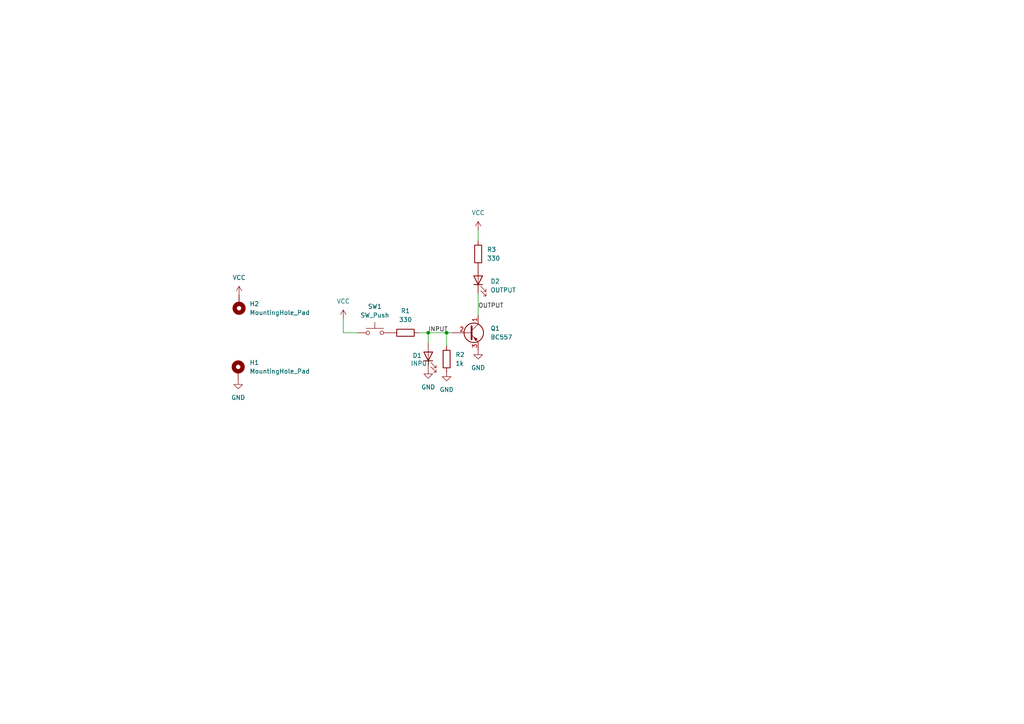
<source format=kicad_sch>
(kicad_sch (version 20211123) (generator eeschema)
  (paper "A4")
  (title_block (title "Not Gate") (date "2022-10-03") (rev "1.0"))
  (lib_symbols
    (symbol "Device:LED" (pin_numbers hide) (pin_names (offset 1.016) hide)
      (property "Reference" "D" (at 0 2.54 0))
      (property "Value" "LED" (at 0 -2.54 0))
      (symbol "LED_0_1"
        (polyline (pts (xy -1.27 -1.27) (xy -1.27 1.27)) (stroke (width 0.254)))
        (polyline (pts (xy -1.27 0) (xy 1.27 0)))
        (polyline (pts (xy 1.27 -1.27) (xy 1.27 1.27) (xy -1.27 0) (xy 1.27 -1.27)) (stroke (width 0.254)))
        (polyline (pts (xy -3.048 -0.762) (xy -4.572 -2.286) (xy -3.81 -2.286) (xy -4.572 -2.286) (xy -4.572 -1.524)))
        (polyline (pts (xy -1.778 -0.762) (xy -3.302 -2.286) (xy -2.54 -2.286) (xy -3.302 -2.286) (xy -3.302 -1.524)))
      )
      (symbol "LED_1_1"
        (pin passive line (at -3.81 0 0) (length 2.54) (name "K") (number "1"))
        (pin passive line (at 3.81 0 180) (length 2.54) (name "A") (number "2"))
      )
    )
    (symbol "Device:R" (pin_numbers hide) (pin_names (offset 0))
      (property "Reference" "R" (at 2.032 0 90))
      (property "Value" "R" (at 0 0 90))
      (symbol "R_0_1"
        (rectangle (start -1.016 -2.54) (end 1.016 2.54) (stroke (width 0.254)))
      )
      (symbol "R_1_1"
        (pin passive line (at 0 3.81 270) (length 1.27) (name "~") (number "1"))
        (pin passive line (at 0 -3.81 90) (length 1.27) (name "~") (number "2"))
      )
    )
    (symbol "Mechanical:MountingHole_Pad" (pin_numbers hide) (pin_names (offset 1.016) hide)
      (property "Reference" "H" (at 0 6.35 0))
      (property "Value" "MountingHole_Pad" (at 0 4.445 0))
      (symbol "MountingHole_Pad_0_1"
        (circle (center 0 1.27) (radius 1.27) (stroke (width 1.27)))
      )
      (symbol "MountingHole_Pad_1_1"
        (pin input line (at 0 -2.54 90) (length 2.54) (name "1") (number "1"))
      )
    )
    (symbol "Switch:SW_Push" (pin_numbers hide) (pin_names (offset 1.016) hide)
      (property "Reference" "SW" (at 1.27 2.54 0))
      (property "Value" "SW_Push" (at 0 -1.524 0))
      (symbol "SW_Push_0_1"
        (circle (center -2.032 0) (radius 0.508))
        (polyline (pts (xy 0 1.27) (xy 0 3.048)))
        (polyline (pts (xy 2.54 1.27) (xy -2.54 1.27)))
        (circle (center 2.032 0) (radius 0.508))
        (pin passive line (at -5.08 0 0) (length 2.54) (name "1") (number "1"))
        (pin passive line (at 5.08 0 180) (length 2.54) (name "2") (number "2"))
      )
    )
    (symbol "Transistor_BJT:BC557" (pin_names (offset 0) hide)
      (property "Reference" "Q" (at 5.08 1.905 0))
      (property "Value" "BC557" (at 5.08 0 0))
      (symbol "BC557_0_1"
        (polyline (pts (xy 0.635 0.635) (xy 2.54 2.54)))
        (polyline (pts (xy 0.635 -0.635) (xy 2.54 -2.54) (xy 2.54 -2.54)))
        (polyline (pts (xy 0.635 1.905) (xy 0.635 -1.905) (xy 0.635 -1.905)) (stroke (width 0.508)))
        (polyline (pts (xy 2.286 -1.778) (xy 1.778 -2.286) (xy 1.27 -1.27) (xy 2.286 -1.778) (xy 2.286 -1.778)) (fill (type outline)))
        (circle (center 1.27 0) (radius 2.8194) (stroke (width 0.254)))
      )
      (symbol "BC557_1_1"
        (pin passive line (at 2.54 5.08 270) (length 2.54) (name "C") (number "1"))
        (pin input line (at -5.08 0 0) (length 5.715) (name "B") (number "2"))
        (pin passive line (at 2.54 -5.08 90) (length 2.54) (name "E") (number "3"))
      )
    )
    (symbol "power:GND" (power) (pin_names (offset 0))
      (property "Value" "GND" (at 0 -3.81 0))
      (symbol "GND_0_1"
        (polyline (pts (xy 0 0) (xy 0 -1.27) (xy 1.27 -1.27) (xy 0 -2.54) (xy -1.27 -1.27) (xy 0 -1.27)))
      )
      (symbol "GND_1_1"
        (pin power_in line (at 0 0 270) (length 0) hide (name "GND") (number "1"))
      )
    )
    (symbol "power:VCC" (power) (pin_names (offset 0))
      (property "Value" "VCC" (at 0 3.81 0))
      (symbol "VCC_0_1"
        (polyline (pts (xy -0.762 1.27) (xy 0 2.54)))
        (polyline (pts (xy 0 0) (xy 0 2.54)))
        (polyline (pts (xy 0 2.54) (xy 0.762 1.27)))
      )
      (symbol "VCC_1_1"
        (pin power_in line (at 0 0 90) (length 0) hide (name "VCC") (number "1"))
      )
    )
  )
  (junction (at 124.206 96.52))
  (junction (at 129.54 96.52))
  (wire (pts (xy 129.54 96.52) (xy 131.064 96.52)))
  (wire (pts (xy 121.412 96.52) (xy 124.206 96.52)))
  (wire (pts (xy 138.684 66.802) (xy 138.684 69.85)))
  (wire (pts (xy 129.54 96.52) (xy 129.54 100.33)))
  (wire (pts (xy 99.568 92.456) (xy 99.568 96.52)))
  (wire (pts (xy 138.684 85.09) (xy 138.684 91.44)))
  (wire (pts (xy 99.568 96.52) (xy 103.632 96.52)))
  (wire (pts (xy 124.206 99.568) (xy 124.206 96.52)))
  (wire (pts (xy 124.206 96.52) (xy 129.54 96.52)))
  (label "INPUT" (at 124.206 96.52 0))
  (label "OUTPUT" (at 138.684 89.662 0))
  (symbol (lib_id "power:VCC") (at 69.342 85.598 0) (unit 1)
    (property "Reference" "#PWR07" (effects hide))
    (property "Value" "VCC" (at 69.342 80.518 0))
  )
  (symbol (lib_id "Device:LED") (at 138.684 81.28 90) (unit 1)
    (property "Reference" "D2" (at 142.24 81.5974 90) (effects (justify right)))
    (property "Value" "OUTPUT" (at 142.24 84.1374 90) (effects (justify right)))
    (property "Footprint" "LED_THT:LED_D3.0mm" (effects hide))
  )
  (symbol (lib_id "Transistor_BJT:BC557") (at 136.144 96.52 0) (unit 1)
    (property "Reference" "Q1" (at 142.24 95.2499 0) (effects (justify left)))
    (property "Value" "BC557" (at 142.24 97.7899 0) (effects (justify left)))
    (property "Footprint" "Package_TO_SOT_THT:TO-92_Inline" (effects hide))
    (property "Datasheet" "https://www.onsemi.com/pub/Collateral/BC556BTA-D.pdf" (effects hide))
  )
  (symbol (lib_id "power:GND") (at 124.206 107.188 0) (unit 1)
    (property "Reference" "#PWR02" (effects hide))
    (property "Value" "GND" (at 124.206 112.268 0))
  )
  (symbol (lib_id "power:GND") (at 129.54 107.95 0) (unit 1)
    (property "Reference" "#PWR03" (effects hide))
    (property "Value" "GND" (at 129.54 113.03 0))
  )
  (symbol (lib_id "Device:LED") (at 124.206 103.378 90) (unit 1)
    (property "Reference" "D1" (at 119.634 103.124 90) (effects (justify right)))
    (property "Value" "INPUT" (at 119.126 105.41 90) (effects (justify right)))
    (property "Footprint" "LED_THT:LED_D3.0mm" (effects hide))
  )
  (symbol (lib_id "power:GND") (at 69.088 110.236 0) (unit 1)
    (property "Reference" "#PWR06" (effects hide))
    (property "Value" "GND" (at 69.088 115.316 0))
  )
  (symbol (lib_id "Device:R") (at 138.684 73.66 180) (unit 1)
    (property "Reference" "R3" (at 141.224 72.3899 0) (effects (justify right)))
    (property "Value" "330" (at 141.224 74.9299 0) (effects (justify right)))
    (property "Footprint" "Resistor_THT:R_Axial_DIN0309_L9.0mm_D3.2mm_P12.70mm_Horizontal" (effects hide))
  )
  (symbol (lib_id "Switch:SW_Push") (at 108.712 96.52 0) (unit 1)
    (property "Reference" "SW1" (at 108.712 88.9 0))
    (property "Value" "SW_Push" (at 108.712 91.44 0))
    (property "Footprint" "Button_Switch_THT:SW_PUSH_6mm" (effects hide))
  )
  (symbol (lib_id "power:GND") (at 138.684 101.6 0) (unit 1)
    (property "Reference" "#PWR05" (effects hide))
    (property "Value" "GND" (at 138.684 106.68 0))
  )
  (symbol (lib_id "Mechanical:MountingHole_Pad") (at 69.088 107.696 0) (unit 1)
    (property "Reference" "H1" (at 72.39 105.1559 0) (effects (justify left)))
    (property "Value" "MountingHole_Pad" (at 72.39 107.6959 0) (effects (justify left)))
    (property "Footprint" "MountingHole:MountingHole_2.2mm_M2_Pad_TopOnly" (effects hide))
  )
  (symbol (lib_id "Device:R") (at 129.54 104.14 180) (unit 1)
    (property "Reference" "R2" (at 132.08 102.8699 0) (effects (justify right)))
    (property "Value" "1k" (at 132.08 105.4099 0) (effects (justify right)))
    (property "Footprint" "Resistor_THT:R_Axial_DIN0309_L9.0mm_D3.2mm_P12.70mm_Horizontal" (effects hide))
  )
  (symbol (lib_id "power:VCC") (at 99.568 92.456 0) (unit 1)
    (property "Reference" "#PWR01" (effects hide))
    (property "Value" "VCC" (at 99.568 87.376 0))
  )
  (symbol (lib_id "power:VCC") (at 138.684 66.802 0) (unit 1)
    (property "Reference" "#PWR04" (effects hide))
    (property "Value" "VCC" (at 138.684 61.722 0))
  )
  (symbol (lib_id "Mechanical:MountingHole_Pad") (at 69.342 88.138 180) (unit 1)
    (property "Reference" "H2" (at 72.39 88.1379 0) (effects (justify right)))
    (property "Value" "MountingHole_Pad" (at 72.39 90.6779 0) (effects (justify right)))
    (property "Footprint" "MountingHole:MountingHole_2.2mm_M2_Pad_TopOnly" (effects hide))
  )
  (symbol (lib_id "Device:R") (at 117.602 96.52 90) (unit 1)
    (property "Reference" "R1" (at 117.602 90.17 90))
    (property "Value" "330" (at 117.602 92.71 90))
    (property "Footprint" "Resistor_THT:R_Axial_DIN0309_L9.0mm_D3.2mm_P12.70mm_Horizontal" (effects hide))
  )
)
</source>
